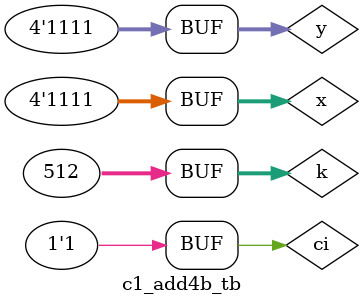
<source format=v>
/*
module add4b (
    input [3:0] x, y, input ci,
    output [3:0] z, output co
);
    wire c2;
    add2b inst1 (.x(x[1:0]), .y(y[1:0]), .ci(ci), .co(c2), .z(z[1:0]));
    add2b inst2 (.x(x[3:2]), .y(y[3:2]), .ci(c2), .co(co), .z(z[3:2]));
endmodule

module c1_add4b (
    input [3:0] x, y, input ci,
    output [3:0] z
);
    // Semnal pentru rezultatul intermediar al adunarii intre x si y
    wire [3:0] temp; 
    // Semnal pentru end around carry, de adunat rezultatului intermediar
    wire co;
    add4b inst1 (.x(x), .y(y), .ci(ci), .co(co), .z(temp));
    add4b inst2 (.x(temp), .y(4'd0), .ci(co), .co(), .z(z));
endmodule

*/

module c1_add4b(
    input [3:0] x,
    input [3:0] y,
    input ci,
    output [3:0] z
);

wire [4 : 0] suma;

assign suma = x + y + ci;

assign z = suma[3:0] + suma[4];

/*
//sau mai putem face cu add2b

wire [3:0] temp;
wire carry_out;
wire eac;

add2b inst1(
    .x(x[1:0]),
    .y(y[1:0]),
    .ci(ci),
    .z(temp[1:0]),
    .co(carry_out)
)

add2b inst2(
    .x(x[3:2]),
    .y(y[3:2]),
    .ci(carry_out),
    .z(temp[3:2]),
    .co(eac)
)

assign z = temp + eac;

*/
endmodule


module c1_add4b_tb;

reg [3:0] x, y;
reg ci;
wire [3:0] z;

c1_add4b dut(
	.x(x),
	.y(y),
	.ci(ci),
	.z(z)
);

integer k;
initial begin
	$display("Time\tx\ty\tci\tz");
	$monitor("%0t\t%b\t%b\t%b\t%b", $time, x, y, ci, z);
	{x, y, ci} = 0;
	for (k = 1; k < 512; k = k + 1)
		#10 {x, y, ci} = k;
end

endmodule
</source>
